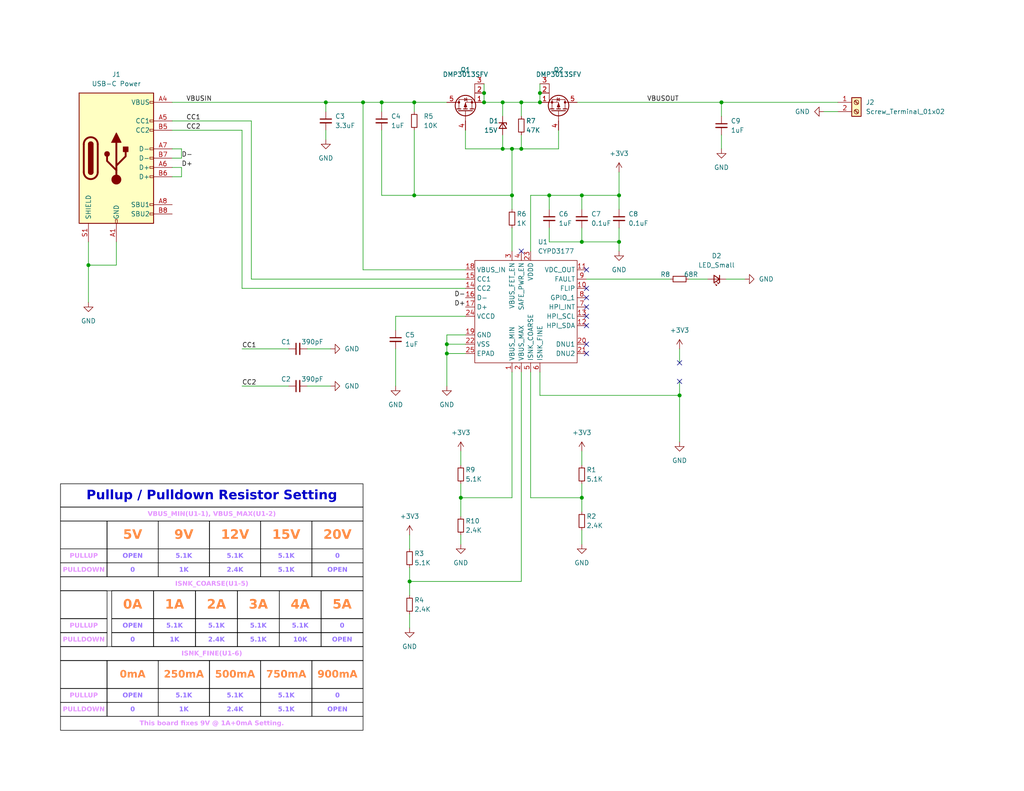
<source format=kicad_sch>
(kicad_sch (version 20231120) (generator "eeschema") (generator_version "8.0")
  (paper "USLetter")
  (title_block (title "CYPD3177-24LQXQ Evaluation Board") (date "2023-09-22") (rev "v1.7") (company "Hugo Hu") (comment 1 "Other voltage/current options available by changing resistor values.") (comment 2 "Fixed at 9V and 1A + 0mA."))
  (lib_symbols
    (symbol "Blot:CYPD3177"
      (property "Reference" "U" (at -12.7 15.24 0))
      (property "Value" "CYPD3177" (at 8.89 15.24 0))
      (symbol "CYPD3177_0_1"
        (rectangle (start -13.97 13.97) (end 13.97 -13.97))
      )
      (symbol "CYPD3177_1_1"
        (pin input line (at -3.81 -16.51 90) (length 2.54) (name "VBUS_MIN") (number "1"))
        (pin input line (at 16.51 6.35 180) (length 2.54) (name "FLIP") (number "10"))
        (pin input line (at 16.51 11.43 180) (length 2.54) (name "VDC_OUT") (number "11"))
        (pin input line (at 16.51 -3.81 180) (length 2.54) (name "HPI_SDA") (number "12"))
        (pin input line (at 16.51 -1.27 180) (length 2.54) (name "HPI_SCL") (number "13"))
        (pin input line (at -16.51 6.35 0) (length 2.54) (name "CC2") (number "14"))
        (pin input line (at -16.51 8.89 0) (length 2.54) (name "CC1") (number "15"))
        (pin input line (at -16.51 3.81 0) (length 2.54) (name "D-") (number "16"))
        (pin input line (at -16.51 1.27 0) (length 2.54) (name "D+") (number "17"))
        (pin input line (at -16.51 11.43 0) (length 2.54) (name "VBUS_IN") (number "18"))
        (pin input line (at -16.51 -6.35 0) (length 2.54) (name "GND") (number "19"))
        (pin input line (at -1.27 -16.51 90) (length 2.54) (name "VBUS_MAX") (number "2"))
        (pin input line (at 16.51 -8.89 180) (length 2.54) (name "DNU1") (number "20"))
        (pin input line (at 16.51 -11.43 180) (length 2.54) (name "DNU2") (number "21"))
        (pin input line (at -16.51 -8.89 0) (length 2.54) (name "VSS") (number "22"))
        (pin input line (at 1.27 16.51 270) (length 2.54) (name "VDDD") (number "23"))
        (pin input line (at -16.51 -1.27 0) (length 2.54) (name "VCCD") (number "24"))
        (pin input line (at -16.51 -11.43 0) (length 2.54) (name "EPAD") (number "25"))
        (pin input line (at -3.81 16.51 270) (length 2.54) (name "VBUS_FET_EN") (number "3"))
        (pin input line (at -1.27 16.51 270) (length 2.54) (name "SAFE_PWR_EN") (number "4"))
        (pin input line (at 1.27 -16.51 90) (length 2.54) (name "ISNK_COARSE") (number "5"))
        (pin input line (at 3.81 -16.51 90) (length 2.54) (name "ISNK_FINE") (number "6"))
        (pin input line (at 16.51 1.27 180) (length 2.54) (name "HPI_INT") (number "7"))
        (pin input line (at 16.51 3.81 180) (length 2.54) (name "GPIO_1") (number "8"))
        (pin input line (at 16.51 8.89 180) (length 2.54) (name "FAULT") (number "9"))
      )
    )
    (symbol "Connector:Screw_Terminal_01x02" (pin_names (offset 1.016) hide)
      (property "Reference" "J" (at 0 2.54 0))
      (property "Value" "Screw_Terminal_01x02" (at 0 -5.08 0))
      (symbol "Screw_Terminal_01x02_1_1"
        (rectangle (start -1.27 1.27) (end 1.27 -3.81) (stroke (width 0.254)) (fill (type background)))
        (circle (center 0 -2.54) (radius 0.635) (stroke (width 0.1524)))
        (polyline (pts (xy -0.5334 -2.2098) (xy 0.3302 -3.048)) (stroke (width 0.1524)))
        (polyline (pts (xy -0.5334 0.3302) (xy 0.3302 -0.508)) (stroke (width 0.1524)))
        (polyline (pts (xy -0.3556 -2.032) (xy 0.508 -2.8702)) (stroke (width 0.1524)))
        (polyline (pts (xy -0.3556 0.508) (xy 0.508 -0.3302)) (stroke (width 0.1524)))
        (circle (center 0 0) (radius 0.635) (stroke (width 0.1524)))
        (pin passive line (at -5.08 0 0) (length 3.81) (name "Pin_1") (number "1"))
        (pin passive line (at -5.08 -2.54 0) (length 3.81) (name "Pin_2") (number "2"))
      )
    )
    (symbol "Connector:USB_C_Receptacle_USB2.0" (pin_names (offset 1.016))
      (property "Reference" "J" (at -10.16 19.05 0))
      (property "Value" "USB_C_Receptacle_USB2.0" (at 19.05 19.05 0))
      (symbol "USB_C_Receptacle_USB2.0_0_0"
        (rectangle (start -0.254 -17.78) (end 0.254 -16.764))
        (rectangle (start 10.16 -14.986) (end 9.144 -15.494))
        (rectangle (start 10.16 -12.446) (end 9.144 -12.954))
        (rectangle (start 10.16 -4.826) (end 9.144 -5.334))
        (rectangle (start 10.16 -2.286) (end 9.144 -2.794))
        (rectangle (start 10.16 0.254) (end 9.144 -0.254))
        (rectangle (start 10.16 2.794) (end 9.144 2.286))
        (rectangle (start 10.16 7.874) (end 9.144 7.366))
        (rectangle (start 10.16 10.414) (end 9.144 9.906))
        (rectangle (start 10.16 15.494) (end 9.144 14.986))
      )
      (symbol "USB_C_Receptacle_USB2.0_0_1"
        (rectangle (start -10.16 17.78) (end 10.16 -17.78) (stroke (width 0.254)) (fill (type background)))
        (arc (start -8.89 -3.81) (mid -6.985 -5.7067) (end -5.08 -3.81) (stroke (width 0.508)))
        (arc (start -7.62 -3.81) (mid -6.985 -4.4423) (end -6.35 -3.81) (stroke (width 0.254)))
        (arc (start -7.62 -3.81) (mid -6.985 -4.4423) (end -6.35 -3.81) (stroke (width 0.254)) (fill (type outline)))
        (rectangle (start -7.62 -3.81) (end -6.35 3.81) (stroke (width 0.254)) (fill (type outline)))
        (arc (start -6.35 3.81) (mid -6.985 4.4423) (end -7.62 3.81) (stroke (width 0.254)))
        (arc (start -6.35 3.81) (mid -6.985 4.4423) (end -7.62 3.81) (stroke (width 0.254)) (fill (type outline)))
        (arc (start -5.08 3.81) (mid -6.985 5.7067) (end -8.89 3.81) (stroke (width 0.508)))
        (circle (center -2.54 1.143) (radius 0.635) (stroke (width 0.254)) (fill (type outline)))
        (circle (center 0 -5.842) (radius 1.27) (fill (type outline)))
        (polyline (pts (xy -8.89 -3.81) (xy -8.89 3.81)) (stroke (width 0.508)))
        (polyline (pts (xy -5.08 3.81) (xy -5.08 -3.81)) (stroke (width 0.508)))
        (polyline (pts (xy 0 -5.842) (xy 0 4.318)) (stroke (width 0.508)))
        (polyline (pts (xy 0 -3.302) (xy -2.54 -0.762) (xy -2.54 0.508)) (stroke (width 0.508)))
        (polyline (pts (xy 0 -2.032) (xy 2.54 0.508) (xy 2.54 1.778)) (stroke (width 0.508)))
        (polyline (pts (xy -1.27 4.318) (xy 0 6.858) (xy 1.27 4.318) (xy -1.27 4.318)) (stroke (width 0.254)) (fill (type outline)))
        (rectangle (start 1.905 1.778) (end 3.175 3.048) (stroke (width 0.254)) (fill (type outline)))
      )
      (symbol "USB_C_Receptacle_USB2.0_1_1"
        (pin passive line (at 0 -22.86 90) (length 5.08) (name "GND") (number "A1"))
        (pin passive line (at 0 -22.86 90) (length 5.08) hide (name "GND") (number "A12"))
        (pin passive line (at 15.24 15.24 180) (length 5.08) (name "VBUS") (number "A4"))
        (pin bidirectional line (at 15.24 10.16 180) (length 5.08) (name "CC1") (number "A5"))
        (pin bidirectional line (at 15.24 -2.54 180) (length 5.08) (name "D+") (number "A6"))
        (pin bidirectional line (at 15.24 2.54 180) (length 5.08) (name "D-") (number "A7"))
        (pin bidirectional line (at 15.24 -12.7 180) (length 5.08) (name "SBU1") (number "A8"))
        (pin passive line (at 15.24 15.24 180) (length 5.08) hide (name "VBUS") (number "A9"))
        (pin passive line (at 0 -22.86 90) (length 5.08) hide (name "GND") (number "B1"))
        (pin passive line (at 0 -22.86 90) (length 5.08) hide (name "GND") (number "B12"))
        (pin passive line (at 15.24 15.24 180) (length 5.08) hide (name "VBUS") (number "B4"))
        (pin bidirectional line (at 15.24 7.62 180) (length 5.08) (name "CC2") (number "B5"))
        (pin bidirectional line (at 15.24 -5.08 180) (length 5.08) (name "D+") (number "B6"))
        (pin bidirectional line (at 15.24 0 180) (length 5.08) (name "D-") (number "B7"))
        (pin bidirectional line (at 15.24 -15.24 180) (length 5.08) (name "SBU2") (number "B8"))
        (pin passive line (at 15.24 15.24 180) (length 5.08) hide (name "VBUS") (number "B9"))
        (pin passive line (at -7.62 -22.86 90) (length 5.08) (name "SHIELD") (number "S1"))
      )
    )
    (symbol "Device:C_Small" (pin_numbers hide) (pin_names (offset 0.254) hide)
      (property "Reference" "C" (at 0.254 1.778 0))
      (property "Value" "C_Small" (at 0.254 -2.032 0))
      (symbol "C_Small_0_1"
        (polyline (pts (xy -1.524 -0.508) (xy 1.524 -0.508)) (stroke (width 0.3302)))
        (polyline (pts (xy -1.524 0.508) (xy 1.524 0.508)) (stroke (width 0.3048)))
      )
      (symbol "C_Small_1_1"
        (pin passive line (at 0 2.54 270) (length 2.032) (name "~") (number "1"))
        (pin passive line (at 0 -2.54 90) (length 2.032) (name "~") (number "2"))
      )
    )
    (symbol "Device:D_Zener_Small" (pin_numbers hide) (pin_names (offset 0.254) hide)
      (property "Reference" "D" (at 0 2.286 0))
      (property "Value" "D_Zener_Small" (at 0 -2.286 0))
      (symbol "D_Zener_Small_0_1"
        (polyline (pts (xy 0.762 0) (xy -0.762 0)))
        (polyline (pts (xy -0.254 1.016) (xy -0.762 1.016) (xy -0.762 -1.016)) (stroke (width 0.254)))
        (polyline (pts (xy 0.762 1.016) (xy -0.762 0) (xy 0.762 -1.016) (xy 0.762 1.016)) (stroke (width 0.254)))
      )
      (symbol "D_Zener_Small_1_1"
        (pin passive line (at -2.54 0 0) (length 1.778) (name "K") (number "1"))
        (pin passive line (at 2.54 0 180) (length 1.778) (name "A") (number "2"))
      )
    )
    (symbol "Device:LED_Small" (pin_numbers hide) (pin_names (offset 0.254) hide)
      (property "Reference" "D" (at -1.27 3.175 0))
      (property "Value" "LED_Small" (at -4.445 -2.54 0))
      (symbol "LED_Small_0_1"
        (polyline (pts (xy -0.762 -1.016) (xy -0.762 1.016)) (stroke (width 0.254)))
        (polyline (pts (xy 1.016 0) (xy -0.762 0)))
        (polyline (pts (xy 0.762 -1.016) (xy -0.762 0) (xy 0.762 1.016) (xy 0.762 -1.016)) (stroke (width 0.254)))
        (polyline (pts (xy 0 0.762) (xy -0.508 1.27) (xy -0.254 1.27) (xy -0.508 1.27) (xy -0.508 1.016)))
        (polyline (pts (xy 0.508 1.27) (xy 0 1.778) (xy 0.254 1.778) (xy 0 1.778) (xy 0 1.524)))
      )
      (symbol "LED_Small_1_1"
        (pin passive line (at -2.54 0 0) (length 1.778) (name "K") (number "1"))
        (pin passive line (at 2.54 0 180) (length 1.778) (name "A") (number "2"))
      )
    )
    (symbol "Device:R_Small" (pin_numbers hide) (pin_names (offset 0.254) hide)
      (property "Reference" "R" (at 0.762 0.508 0))
      (property "Value" "R_Small" (at 0.762 -1.016 0))
      (symbol "R_Small_0_1"
        (rectangle (start -0.762 1.778) (end 0.762 -1.778) (stroke (width 0.2032)))
      )
      (symbol "R_Small_1_1"
        (pin passive line (at 0 2.54 270) (length 0.762) (name "~") (number "1"))
        (pin passive line (at 0 -2.54 90) (length 0.762) (name "~") (number "2"))
      )
    )
    (symbol "Transistor_FET:DMP3013SFV" (pin_names hide)
      (property "Reference" "Q" (at 5.08 1.905 0))
      (property "Value" "DMP3013SFV" (at 5.08 0 0))
      (symbol "DMP3013SFV_0_1"
        (polyline (pts (xy 0.254 0) (xy -2.54 0)))
        (polyline (pts (xy 0.254 1.905) (xy 0.254 -1.905)) (stroke (width 0.254)))
        (polyline (pts (xy 0.762 -1.27) (xy 0.762 -2.286)) (stroke (width 0.254)))
        (polyline (pts (xy 0.762 0.508) (xy 0.762 -0.508)) (stroke (width 0.254)))
        (polyline (pts (xy 0.762 2.286) (xy 0.762 1.27)) (stroke (width 0.254)))
        (polyline (pts (xy 2.54 2.54) (xy 2.54 1.778)))
        (polyline (pts (xy 7.62 -2.54) (xy 2.54 -2.54)))
        (polyline (pts (xy 2.54 -2.54) (xy 2.54 0) (xy 0.762 0)))
        (polyline (pts (xy 0.762 1.778) (xy 3.302 1.778) (xy 3.302 -1.778) (xy 0.762 -1.778)))
        (polyline (pts (xy 2.286 0) (xy 1.27 0.381) (xy 1.27 -0.381) (xy 2.286 0)) (fill (type outline)))
        (polyline (pts (xy 2.794 -0.508) (xy 2.921 -0.381) (xy 3.683 -0.381) (xy 3.81 -0.254)))
        (polyline (pts (xy 3.302 -0.381) (xy 2.921 0.254) (xy 3.683 0.254) (xy 3.302 -0.381)))
        (circle (center 1.651 0) (radius 2.794) (stroke (width 0.254)))
        (circle (center 2.54 -1.778) (radius 0.254) (fill (type outline)))
        (circle (center 2.54 1.778) (radius 0.254) (fill (type outline)))
      )
      (symbol "DMP3013SFV_1_1"
        (pin passive line (at 2.54 -5.08 90) (length 2.54) (name "S") (number "1"))
        (pin input line (at 5.08 -5.08 90) (length 2.54) (name "2") (number "2"))
        (pin passive line (at 2.54 -5.08 90) (length 2.54) hide (name "S") (number "2"))
        (pin input line (at 7.62 -5.08 90) (length 2.54) (name "3") (number "3"))
        (pin passive line (at 2.54 -5.08 90) (length 2.54) hide (name "S") (number "3"))
        (pin passive line (at -5.08 0 0) (length 2.54) (name "G") (number "4"))
        (pin passive line (at 2.54 5.08 270) (length 2.54) (name "D") (number "5"))
      )
    )
    (symbol "power:+3V3" (power) (pin_names (offset 0))
      (property "Value" "+3V3" (at 0 3.556 0))
      (symbol "+3V3_0_1"
        (polyline (pts (xy -0.762 1.27) (xy 0 2.54)))
        (polyline (pts (xy 0 0) (xy 0 2.54)))
        (polyline (pts (xy 0 2.54) (xy 0.762 1.27)))
      )
      (symbol "+3V3_1_1"
        (pin power_in line (at 0 0 90) (length 0) hide (name "+3V3") (number "1"))
      )
    )
    (symbol "power:GND" (power) (pin_names (offset 0))
      (property "Value" "GND" (at 0 -3.81 0))
      (symbol "GND_0_1"
        (polyline (pts (xy 0 0) (xy 0 -1.27) (xy 1.27 -1.27) (xy 0 -2.54) (xy -1.27 -1.27) (xy 0 -1.27)))
      )
      (symbol "GND_1_1"
        (pin power_in line (at 0 0 270) (length 0) hide (name "GND") (number "1"))
      )
    )
  )
  (junction (at 168.91 66.04))
  (junction (at 139.7 40.64))
  (junction (at 142.24 27.94))
  (junction (at 158.75 135.89))
  (junction (at 158.75 53.34))
  (junction (at 185.42 107.95))
  (junction (at 147.32 25.4))
  (junction (at 125.73 135.89))
  (junction (at 139.7 53.34))
  (junction (at 196.85 27.94))
  (junction (at 137.16 27.94))
  (junction (at 149.86 53.34))
  (junction (at 158.75 66.04))
  (junction (at 132.08 27.94))
  (junction (at 168.91 53.34))
  (junction (at 113.03 53.34))
  (junction (at 99.06 27.94))
  (junction (at 113.03 27.94))
  (junction (at 111.76 158.75))
  (junction (at 142.24 40.64))
  (junction (at 147.32 27.94))
  (junction (at 132.08 25.4))
  (junction (at 121.92 96.52))
  (junction (at 104.14 27.94))
  (junction (at 88.9 27.94))
  (junction (at 24.13 72.39))
  (junction (at 121.92 93.98))
  (junction (at 137.16 40.64))
  (no_connect (at 160.02 96.52))
  (no_connect (at 160.02 86.36))
  (no_connect (at 185.42 104.14))
  (no_connect (at 160.02 81.28))
  (no_connect (at 160.02 73.66))
  (no_connect (at 185.42 99.06))
  (no_connect (at 160.02 78.74))
  (no_connect (at 160.02 88.9))
  (no_connect (at 160.02 83.82))
  (no_connect (at 160.02 93.98))
  (no_connect (at 142.24 68.58))
  (wire (pts (xy 107.95 86.36) (xy 107.95 90.17)))
  (wire (pts (xy 139.7 40.64) (xy 139.7 53.34)))
  (wire (pts (xy 139.7 62.23) (xy 139.7 68.58)))
  (wire (pts (xy 158.75 123.19) (xy 158.75 127)))
  (wire (pts (xy 196.85 27.94) (xy 228.6 27.94)))
  (wire (pts (xy 125.73 135.89) (xy 139.7 135.89)))
  (wire (pts (xy 160.02 76.2) (xy 182.88 76.2)))
  (wire (pts (xy 125.73 135.89) (xy 125.73 140.97)))
  (wire (pts (xy 66.04 78.74) (xy 127 78.74)))
  (wire (pts (xy 113.03 35.56) (xy 113.03 53.34)))
  (wire (pts (xy 158.75 132.08) (xy 158.75 135.89)))
  (wire (pts (xy 66.04 105.41) (xy 78.74 105.41)))
  (wire (pts (xy 168.91 66.04) (xy 168.91 68.58)))
  (wire (pts (xy 142.24 36.83) (xy 142.24 40.64)))
  (wire (pts (xy 127 40.64) (xy 137.16 40.64)))
  (wire (pts (xy 158.75 62.23) (xy 158.75 66.04)))
  (wire (pts (xy 149.86 53.34) (xy 149.86 57.15)))
  (wire (pts (xy 49.53 43.18) (xy 46.99 43.18)))
  (wire (pts (xy 168.91 62.23) (xy 168.91 66.04)))
  (wire (pts (xy 147.32 25.4) (xy 147.32 27.94)))
  (wire (pts (xy 127 86.36) (xy 107.95 86.36)))
  (wire (pts (xy 88.9 27.94) (xy 99.06 27.94)))
  (wire (pts (xy 144.78 101.6) (xy 144.78 135.89)))
  (wire (pts (xy 104.14 27.94) (xy 113.03 27.94)))
  (wire (pts (xy 121.92 91.44) (xy 121.92 93.98)))
  (wire (pts (xy 46.99 27.94) (xy 88.9 27.94)))
  (wire (pts (xy 147.32 107.95) (xy 185.42 107.95)))
  (wire (pts (xy 137.16 27.94) (xy 137.16 31.75)))
  (wire (pts (xy 31.75 72.39) (xy 24.13 72.39)))
  (wire (pts (xy 149.86 66.04) (xy 158.75 66.04)))
  (wire (pts (xy 149.86 53.34) (xy 158.75 53.34)))
  (wire (pts (xy 121.92 96.52) (xy 121.92 105.41)))
  (wire (pts (xy 147.32 101.6) (xy 147.32 107.95)))
  (wire (pts (xy 83.82 105.41) (xy 90.17 105.41)))
  (wire (pts (xy 125.73 132.08) (xy 125.73 135.89)))
  (wire (pts (xy 139.7 101.6) (xy 139.7 135.89)))
  (wire (pts (xy 158.75 66.04) (xy 168.91 66.04)))
  (wire (pts (xy 111.76 154.94) (xy 111.76 158.75)))
  (wire (pts (xy 142.24 27.94) (xy 137.16 27.94)))
  (wire (pts (xy 104.14 53.34) (xy 113.03 53.34)))
  (wire (pts (xy 88.9 35.56) (xy 88.9 38.1)))
  (wire (pts (xy 132.08 22.86) (xy 132.08 25.4)))
  (wire (pts (xy 49.53 45.72) (xy 49.53 48.26)))
  (wire (pts (xy 46.99 45.72) (xy 49.53 45.72)))
  (wire (pts (xy 68.58 76.2) (xy 68.58 33.02)))
  (wire (pts (xy 111.76 146.05) (xy 111.76 149.86)))
  (wire (pts (xy 185.42 104.14) (xy 185.42 107.95)))
  (wire (pts (xy 111.76 158.75) (xy 111.76 162.56)))
  (wire (pts (xy 158.75 53.34) (xy 158.75 57.15)))
  (wire (pts (xy 144.78 53.34) (xy 149.86 53.34)))
  (wire (pts (xy 83.82 95.25) (xy 90.17 95.25)))
  (wire (pts (xy 127 91.44) (xy 121.92 91.44)))
  (wire (pts (xy 137.16 36.83) (xy 137.16 40.64)))
  (wire (pts (xy 125.73 146.05) (xy 125.73 148.59)))
  (wire (pts (xy 187.96 76.2) (xy 193.04 76.2)))
  (wire (pts (xy 121.92 96.52) (xy 127 96.52)))
  (wire (pts (xy 132.08 27.94) (xy 137.16 27.94)))
  (wire (pts (xy 196.85 36.83) (xy 196.85 40.64)))
  (wire (pts (xy 152.4 40.64) (xy 152.4 35.56)))
  (wire (pts (xy 168.91 46.99) (xy 168.91 53.34)))
  (wire (pts (xy 121.92 93.98) (xy 121.92 96.52)))
  (wire (pts (xy 185.42 95.25) (xy 185.42 99.06)))
  (wire (pts (xy 66.04 35.56) (xy 66.04 78.74)))
  (wire (pts (xy 158.75 144.78) (xy 158.75 148.59)))
  (wire (pts (xy 142.24 27.94) (xy 147.32 27.94)))
  (wire (pts (xy 46.99 35.56) (xy 66.04 35.56)))
  (wire (pts (xy 142.24 40.64) (xy 152.4 40.64)))
  (wire (pts (xy 113.03 27.94) (xy 113.03 30.48)))
  (wire (pts (xy 113.03 27.94) (xy 121.92 27.94)))
  (wire (pts (xy 185.42 107.95) (xy 185.42 120.65)))
  (wire (pts (xy 158.75 53.34) (xy 168.91 53.34)))
  (wire (pts (xy 144.78 135.89) (xy 158.75 135.89)))
  (wire (pts (xy 99.06 27.94) (xy 104.14 27.94)))
  (wire (pts (xy 121.92 93.98) (xy 127 93.98)))
  (wire (pts (xy 24.13 72.39) (xy 24.13 66.04)))
  (wire (pts (xy 224.79 30.48) (xy 228.6 30.48)))
  (wire (pts (xy 127 76.2) (xy 68.58 76.2)))
  (wire (pts (xy 149.86 62.23) (xy 149.86 66.04)))
  (wire (pts (xy 142.24 31.75) (xy 142.24 27.94)))
  (wire (pts (xy 99.06 73.66) (xy 99.06 27.94)))
  (wire (pts (xy 113.03 53.34) (xy 139.7 53.34)))
  (wire (pts (xy 196.85 27.94) (xy 196.85 31.75)))
  (wire (pts (xy 157.48 27.94) (xy 196.85 27.94)))
  (wire (pts (xy 144.78 68.58) (xy 144.78 53.34)))
  (wire (pts (xy 49.53 48.26) (xy 46.99 48.26)))
  (wire (pts (xy 127 35.56) (xy 127 40.64)))
  (wire (pts (xy 132.08 25.4) (xy 132.08 27.94)))
  (wire (pts (xy 49.53 40.64) (xy 49.53 43.18)))
  (wire (pts (xy 107.95 95.25) (xy 107.95 105.41)))
  (wire (pts (xy 139.7 53.34) (xy 139.7 57.15)))
  (wire (pts (xy 125.73 123.19) (xy 125.73 127)))
  (wire (pts (xy 66.04 95.25) (xy 78.74 95.25)))
  (wire (pts (xy 111.76 158.75) (xy 142.24 158.75)))
  (wire (pts (xy 198.12 76.2) (xy 203.2 76.2)))
  (wire (pts (xy 139.7 40.64) (xy 142.24 40.64)))
  (wire (pts (xy 88.9 27.94) (xy 88.9 30.48)))
  (wire (pts (xy 137.16 40.64) (xy 139.7 40.64)))
  (wire (pts (xy 68.58 33.02) (xy 46.99 33.02)))
  (wire (pts (xy 46.99 40.64) (xy 49.53 40.64)))
  (wire (pts (xy 104.14 27.94) (xy 104.14 30.48)))
  (wire (pts (xy 31.75 66.04) (xy 31.75 72.39)))
  (wire (pts (xy 127 73.66) (xy 99.06 73.66)))
  (wire (pts (xy 168.91 53.34) (xy 168.91 57.15)))
  (wire (pts (xy 111.76 167.64) (xy 111.76 171.45)))
  (wire (pts (xy 147.32 22.86) (xy 147.32 25.4)))
  (wire (pts (xy 158.75 135.89) (xy 158.75 139.7)))
  (wire (pts (xy 104.14 35.56) (xy 104.14 53.34)))
  (wire (pts (xy 24.13 72.39) (xy 24.13 82.55)))
  (wire (pts (xy 142.24 101.6) (xy 142.24 158.75)))
  (text_box "20V" (at 85.09 142.24 0) (size 13.97 7.62) (stroke (width 0) (color 0 0 0 1)) (effects (font (size 2.54 2.54) (thickness 0.508) (bold yes))))
  (text_box "5.1K" (at 43.18 187.96 0) (size 13.97 3.81) (stroke (width 0) (color 0 0 0 1)) (effects (font (size 1.27 1.27) (thickness 0.508) (bold yes))))
  (text_box "ISNK_COARSE(U1-5)\n" (at 16.51 157.48 0) (size 82.55 3.81) (stroke (width 0) (color 0 0 0 1)) (effects (font (size 1.27 1.27) (thickness 0.508) (bold yes))))
  (text_box "2.4K" (at 57.15 153.67 0) (size 13.97 3.81) (stroke (width 0) (color 0 0 0 1)) (effects (font (size 1.27 1.27) (thickness 0.508) (bold yes))))
  (text_box "5.1K" (at 76.2 168.91 0) (size 11.43 3.81) (stroke (width 0) (color 0 0 0 1)) (effects (font (size 1.27 1.27) (thickness 0.508) (bold yes))))
  (text_box "1K" (at 43.18 153.67 0) (size 13.97 3.81) (stroke (width 0) (color 0 0 0 1)) (effects (font (size 1.27 1.27) (thickness 0.508) (bold yes))))
  (text_box "0mA" (at 29.21 180.34 0) (size 13.97 7.62) (stroke (width 0) (color 0 0 0 1)) (effects (font (size 2 2) (thickness 0.508) (bold yes))))
  (text_box "VBUS_MIN(U1-1), VBUS_MAX(U1-2)" (at 16.51 138.43 0) (size 82.55 3.81) (stroke (width 0) (color 0 0 0 1)) (effects (font (size 1.27 1.27) (thickness 0.508) (bold yes))))
  (text_box "5V" (at 29.21 142.24 0) (size 13.97 7.62) (stroke (width 0) (color 0 0 0 1)) (effects (font (size 2.54 2.54) (thickness 0.508) (bold yes))))
  (text_box "5.1K" (at 43.18 149.86 0) (size 13.97 3.81) (stroke (width 0) (color 0 0 0 1)) (effects (font (size 1.27 1.27) (thickness 0.508) (bold yes))))
  (text_box "500mA" (at 57.15 180.34 0) (size 13.97 7.62) (stroke (width 0) (color 0 0 0 1)) (effects (font (size 2 2) (thickness 0.508) (bold yes))))
  (text_box "OPEN" (at 85.09 153.67 0) (size 13.97 3.81) (stroke (width 0) (color 0 0 0 1)) (effects (font (size 1.27 1.27) (thickness 0.508) (bold yes))))
  (text_box "OPEN\n" (at 29.21 149.86 0) (size 13.97 3.81) (stroke (width 0) (color 0 0 0 1)) (effects (font (size 1.27 1.27) (thickness 0.508) (bold yes))))
  (text_box "10K" (at 76.2 172.72 0) (size 11.43 3.81) (stroke (width 0) (color 0 0 0 1)) (effects (font (size 1.27 1.27) (thickness 0.508) (bold yes))))
  (text_box "0" (at 30.48 172.72 0) (size 11.43 3.81) (stroke (width 0) (color 0 0 0 1)) (effects (font (size 1.27 1.27) (thickness 0.508) (bold yes))))
  (text_box "5.1K" (at 71.12 149.86 0) (size 13.97 3.81) (stroke (width 0) (color 0 0 0 1)) (effects (font (size 1.27 1.27) (thickness 0.508) (bold yes))))
  (text_box "" (at 16.51 161.29 0) (size 12.7 7.62) (stroke (width 0) (color 0 0 0 1)) (effects (font (size 2.54 2.54) (thickness 0.508) (bold yes))))
  (text_box "2A" (at 53.34 161.29 0) (size 11.43 7.62) (stroke (width 0) (color 0 0 0 1)) (effects (font (size 2.54 2.54) (thickness 0.508) (bold yes))))
  (text_box "9V\n" (at 43.18 142.24 0) (size 13.97 7.62) (stroke (width 0) (color 0 0 0 1)) (effects (font (size 2.54 2.54) (thickness 0.508) (bold yes))))
  (text_box "15V" (at 71.12 142.24 0) (size 13.97 7.62) (stroke (width 0) (color 0 0 0 1)) (effects (font (size 2.54 2.54) (thickness 0.508) (bold yes))))
  (text_box "This board fixes 9V @ 1A+0mA Setting." (at 16.51 195.58 0) (size 82.55 3.81) (stroke (width 0) (color 0 0 0 1)) (effects (font (size 1.27 1.27) (thickness 0.508) (bold yes))))
  (text_box "2.4K" (at 53.34 172.72 0) (size 11.43 3.81) (stroke (width 0) (color 0 0 0 1)) (effects (font (size 1.27 1.27) (thickness 0.508) (bold yes))))
  (text_box "1K" (at 43.18 191.77 0) (size 13.97 3.81) (stroke (width 0) (color 0 0 0 1)) (effects (font (size 1.27 1.27) (thickness 0.508) (bold yes))))
  (text_box "5.1K" (at 71.12 187.96 0) (size 13.97 3.81) (stroke (width 0) (color 0 0 0 1)) (effects (font (size 1.27 1.27) (thickness 0.508) (bold yes))))
  (text_box "3A" (at 64.77 161.29 0) (size 11.43 7.62) (stroke (width 0) (color 0 0 0 1)) (effects (font (size 2.54 2.54) (thickness 0.508) (bold yes))))
  (text_box "5A" (at 87.63 161.29 0) (size 11.43 7.62) (stroke (width 0) (color 0 0 0 1)) (effects (font (size 2.54 2.54) (thickness 0.508) (bold yes))))
  (text_box "5.1K" (at 71.12 153.67 0) (size 13.97 3.81) (stroke (width 0) (color 0 0 0 1)) (effects (font (size 1.27 1.27) (thickness 0.508) (bold yes))))
  (text_box "0A\n" (at 30.48 161.29 0) (size 11.43 7.62) (stroke (width 0) (color 0 0 0 1)) (effects (font (size 2.54 2.54) (thickness 0.508) (bold yes))))
  (text_box "PULLDOWN" (at 16.51 191.77 0) (size 12.7 3.81) (stroke (width 0) (color 0 0 0 1)) (effects (font (size 1.27 1.27) (thickness 0.508) (bold yes))))
  (text_box "12V" (at 57.15 142.24 0) (size 13.97 7.62) (stroke (width 0) (color 0 0 0 1)) (effects (font (size 2.54 2.54) (thickness 0.508) (bold yes))))
  (text_box "2.4K" (at 57.15 191.77 0) (size 13.97 3.81) (stroke (width 0) (color 0 0 0 1)) (effects (font (size 1.27 1.27) (thickness 0.508) (bold yes))))
  (text_box "250mA" (at 43.18 180.34 0) (size 13.97 7.62) (stroke (width 0) (color 0 0 0 1)) (effects (font (size 2 2) (thickness 0.508) (bold yes))))
  (text_box "PULLUP" (at 16.51 187.96 0) (size 12.7 3.81) (stroke (width 0) (color 0 0 0 1)) (effects (font (size 1.27 1.27) (thickness 0.508) (bold yes))))
  (text_box "PULLUP" (at 16.51 168.91 0) (size 12.7 3.81) (stroke (width 0) (color 0 0 0 1)) (effects (font (size 1.27 1.27) (thickness 0.508) (bold yes))))
  (text_box "900mA" (at 85.09 180.34 0) (size 13.97 7.62) (stroke (width 0) (color 0 0 0 1)) (effects (font (size 2 2) (thickness 0.508) (bold yes))))
  (text_box "1A" (at 41.91 161.29 0) (size 11.43 7.62) (stroke (width 0) (color 0 0 0 1)) (effects (font (size 2.54 2.54) (thickness 0.508) (bold yes))))
  (text_box "0" (at 87.63 168.91 0) (size 11.43 3.81) (stroke (width 0) (color 0 0 0 1)) (effects (font (size 1.27 1.27) (thickness 0.508) (bold yes))))
  (text_box "0" (at 29.21 153.67 0) (size 13.97 3.81) (stroke (width 0) (color 0 0 0 1)) (effects (font (size 1.27 1.27) (thickness 0.508) (bold yes))))
  (text_box "4A" (at 76.2 161.29 0) (size 11.43 7.62) (stroke (width 0) (color 0 0 0 1)) (effects (font (size 2.54 2.54) (thickness 0.508) (bold yes))))
  (text_box "5.1K" (at 57.15 187.96 0) (size 13.97 3.81) (stroke (width 0) (color 0 0 0 1)) (effects (font (size 1.27 1.27) (thickness 0.508) (bold yes))))
  (text_box "5.1K" (at 41.91 168.91 0) (size 11.43 3.81) (stroke (width 0) (color 0 0 0 1)) (effects (font (size 1.27 1.27) (thickness 0.508) (bold yes))))
  (text_box "5.1K" (at 57.15 149.86 0) (size 13.97 3.81) (stroke (width 0) (color 0 0 0 1)) (effects (font (size 1.27 1.27) (thickness 0.508) (bold yes))))
  (text_box "OPEN\n" (at 29.21 187.96 0) (size 13.97 3.81) (stroke (width 0) (color 0 0 0 1)) (effects (font (size 1.27 1.27) (thickness 0.508) (bold yes))))
  (text_box "OPEN\n" (at 87.63 172.72 0) (size 11.43 3.81) (stroke (width 0) (color 0 0 0 1)) (effects (font (size 1.27 1.27) (thickness 0.508) (bold yes))))
  (text_box "" (at 16.51 180.34 0) (size 12.7 7.62) (stroke (width 0) (color 0 0 0 1)) (effects (font (size 2.54 2.54) (thickness 0.508) (bold yes))))
  (text_box "Pullup / Pulldown Resistor Setting" (at 16.51 132.08 0) (size 82.55 6.35) (stroke (width 0) (color 0 0 0 1)) (effects (font (size 2.54 2.54) (thickness 0.508) (bold yes))))
  (text_box "PULLDOWN" (at 16.51 153.67 0) (size 12.7 3.81) (stroke (width 0) (color 0 0 0 1)) (effects (font (size 1.27 1.27) (thickness 0.508) (bold yes))))
  (text_box "750mA" (at 71.12 180.34 0) (size 13.97 7.62) (stroke (width 0) (color 0 0 0 1)) (effects (font (size 2 2) (thickness 0.508) (bold yes))))
  (text_box "5.1K" (at 53.34 168.91 0) (size 11.43 3.81) (stroke (width 0) (color 0 0 0 1)) (effects (font (size 1.27 1.27) (thickness 0.508) (bold yes))))
  (text_box "OPEN" (at 85.09 191.77 0) (size 13.97 3.81) (stroke (width 0) (color 0 0 0 1)) (effects (font (size 1.27 1.27) (thickness 0.508) (bold yes))))
  (text_box "0\n" (at 85.09 149.86 0) (size 13.97 3.81) (stroke (width 0) (color 0 0 0 1)) (effects (font (size 1.27 1.27) (thickness 0.508) (bold yes))))
  (text_box "ISNK_FINE(U1-6)\n" (at 16.51 176.53 0) (size 82.55 3.81) (stroke (width 0) (color 0 0 0 1)) (effects (font (size 1.27 1.27) (thickness 0.508) (bold yes))))
  (text_box "" (at 16.51 142.24 0) (size 12.7 7.62) (stroke (width 0) (color 0 0 0 1)) (effects (font (size 2.54 2.54) (thickness 0.508) (bold yes))))
  (text_box "PULLUP" (at 16.51 149.86 0) (size 12.7 3.81) (stroke (width 0) (color 0 0 0 1)) (effects (font (size 1.27 1.27) (thickness 0.508) (bold yes))))
  (text_box "OPEN\n" (at 30.48 168.91 0) (size 11.43 3.81) (stroke (width 0) (color 0 0 0 1)) (effects (font (size 1.27 1.27) (thickness 0.508) (bold yes))))
  (text_box "5.1K" (at 71.12 191.77 0) (size 13.97 3.81) (stroke (width 0) (color 0 0 0 1)) (effects (font (size 1.27 1.27) (thickness 0.508) (bold yes))))
  (text_box "5.1K" (at 64.77 168.91 0) (size 11.43 3.81) (stroke (width 0) (color 0 0 0 1)) (effects (font (size 1.27 1.27) (thickness 0.508) (bold yes))))
  (text_box "0" (at 29.21 191.77 0) (size 13.97 3.81) (stroke (width 0) (color 0 0 0 1)) (effects (font (size 1.27 1.27) (thickness 0.508) (bold yes))))
  (text_box "PULLDOWN" (at 16.51 172.72 0) (size 12.7 3.81) (stroke (width 0) (color 0 0 0 1)) (effects (font (size 1.27 1.27) (thickness 0.508) (bold yes))))
  (text_box "1K" (at 41.91 172.72 0) (size 11.43 3.81) (stroke (width 0) (color 0 0 0 1)) (effects (font (size 1.27 1.27) (thickness 0.508) (bold yes))))
  (text_box "0\n" (at 85.09 187.96 0) (size 13.97 3.81) (stroke (width 0) (color 0 0 0 1)) (effects (font (size 1.27 1.27) (thickness 0.508) (bold yes))))
  (text_box "5.1K" (at 64.77 172.72 0) (size 11.43 3.81) (stroke (width 0) (color 0 0 0 1)) (effects (font (size 1.27 1.27) (thickness 0.508) (bold yes))))
  (text "" (at 53.34 171.45 0) (effects (font (size 1.27 1.27)) (justify left bottom)))
  (label "VBUSOUT" (at 176.53 27.94 0))
  (label "D-" (at 49.53 43.18 0))
  (label "D+" (at 127 83.82 180))
  (label "CC2" (at 50.8 35.56 0))
  (label "CC1" (at 66.04 95.25 0))
  (label "CC2" (at 66.04 105.41 0))
  (label "D+" (at 49.53 45.72 0))
  (label "VBUSIN" (at 50.8 27.94 0))
  (label "CC1" (at 50.8 33.02 0))
  (label "D-" (at 127 81.28 180))
  (symbol (lib_id "Transistor_FET:DMP3013SFV") (at 152.4 30.48 270) (mirror x) (unit 1)
    (property "Reference" "Q2" (at 152.4 19.05 90))
    (property "Value" "DMP3013SFV" (at 152.4 20.32 90))
    (property "Footprint" "Package_SON:Diodes_PowerDI3333-8" (effects (hide yes)))
    (property "Datasheet" "https://www.diodes.com/assets/Datasheets/DMP3013SFV.pdf" (effects (hide yes)))
  )
  (symbol (lib_id "power:GND") (at 107.95 105.41 0) (unit 1)
    (property "Reference" "#PWR09" (effects (hide yes)))
    (property "Value" "GND" (at 107.95 110.49 0))
  )
  (symbol (lib_id "Device:C_Small") (at 168.91 59.69 0) (unit 1)
    (property "Reference" "C8" (at 171.45 58.4263 0) (effects (justify left)))
    (property "Value" "0.1uF" (at 171.45 60.9663 0) (effects (justify left)))
    (property "Footprint" "Capacitor_SMD:C_0603_1608Metric_Pad1.08x0.95mm_HandSolder" (effects (hide yes)))
  )
  (symbol (lib_id "power:GND") (at 158.75 148.59 0) (unit 1)
    (property "Reference" "#PWR021" (effects (hide yes)))
    (property "Value" "GND" (at 158.75 153.67 0))
  )
  (symbol (lib_id "power:GND") (at 111.76 171.45 0) (unit 1)
    (property "Reference" "#PWR03" (effects (hide yes)))
    (property "Value" "GND" (at 111.76 176.53 0))
  )
  (symbol (lib_id "power:+3V3") (at 158.75 123.19 0) (unit 1)
    (property "Reference" "#PWR020" (effects (hide yes)))
    (property "Value" "+3V3" (at 158.75 118.11 0))
  )
  (symbol (lib_id "power:GND") (at 203.2 76.2 90) (unit 1)
    (property "Reference" "#PWR018" (effects (hide yes)))
    (property "Value" "GND" (at 207.01 76.2 90) (effects (justify right)))
  )
  (symbol (lib_id "Device:C_Small") (at 81.28 105.41 90) (unit 1)
    (property "Reference" "C2" (at 79.375 103.505 90) (effects (justify left)))
    (property "Value" "390pF" (at 88.265 103.505 90) (effects (justify left)))
    (property "Footprint" "Capacitor_SMD:C_0603_1608Metric_Pad1.08x0.95mm_HandSolder" (effects (hide yes)))
  )
  (symbol (lib_id "Device:R_Small") (at 142.24 34.29 0) (unit 1)
    (property "Reference" "R7" (at 143.51 33.02 0) (effects (justify left)))
    (property "Value" "47K" (at 143.51 35.56 0) (effects (justify left)))
    (property "Footprint" "Resistor_SMD:R_0603_1608Metric_Pad0.98x0.95mm_HandSolder" (effects (hide yes)))
  )
  (symbol (lib_id "Device:C_Small") (at 81.28 95.25 90) (unit 1)
    (property "Reference" "C1" (at 79.375 93.345 90) (effects (justify left)))
    (property "Value" "390pF" (at 88.265 93.345 90) (effects (justify left)))
    (property "Footprint" "Capacitor_SMD:C_0603_1608Metric_Pad1.08x0.95mm_HandSolder" (effects (hide yes)))
  )
  (symbol (lib_id "power:GND") (at 196.85 40.64 0) (unit 1)
    (property "Reference" "#PWR017" (effects (hide yes)))
    (property "Value" "GND" (at 196.85 45.72 0))
  )
  (symbol (lib_id "Device:R_Small") (at 158.75 142.24 0) (unit 1)
    (property "Reference" "R2" (at 160.02 140.97 0) (effects (justify left)))
    (property "Value" "2.4K" (at 160.02 143.51 0) (effects (justify left)))
    (property "Footprint" "Resistor_SMD:R_0603_1608Metric_Pad0.98x0.95mm_HandSolder" (effects (hide yes)))
  )
  (symbol (lib_id "power:GND") (at 24.13 82.55 0) (unit 1)
    (property "Reference" "#PWR01" (effects (hide yes)))
    (property "Value" "GND" (at 24.13 87.63 0))
  )
  (symbol (lib_id "Device:D_Zener_Small") (at 137.16 34.29 270) (unit 1)
    (property "Reference" "D1" (at 133.35 33.02 90) (effects (justify left)))
    (property "Value" "15V" (at 132.08 35.56 90) (effects (justify left)))
    (property "Footprint" "Diode_SMD:D_SOD-323_HandSoldering" (effects (hide yes)))
  )
  (symbol (lib_id "power:GND") (at 121.92 105.41 0) (unit 1)
    (property "Reference" "#PWR010" (effects (hide yes)))
    (property "Value" "GND" (at 121.92 110.49 0))
  )
  (symbol (lib_id "Transistor_FET:DMP3013SFV") (at 127 30.48 90) (unit 1)
    (property "Reference" "Q1" (at 127 19.05 90))
    (property "Value" "DMP3013SFV" (at 127 20.32 90))
    (property "Footprint" "Package_SON:Diodes_PowerDI3333-8" (effects (hide yes)))
    (property "Datasheet" "https://www.diodes.com/assets/Datasheets/DMP3013SFV.pdf" (effects (hide yes)))
  )
  (symbol (lib_id "Device:C_Small") (at 149.86 59.69 0) (unit 1)
    (property "Reference" "C6" (at 152.4 58.4263 0) (effects (justify left)))
    (property "Value" "1uF" (at 152.4 60.9663 0) (effects (justify left)))
    (property "Footprint" "Capacitor_SMD:C_0603_1608Metric_Pad1.08x0.95mm_HandSolder" (effects (hide yes)))
  )
  (symbol (lib_id "power:GND") (at 90.17 95.25 90) (unit 1)
    (property "Reference" "#PWR07" (effects (hide yes)))
    (property "Value" "GND" (at 93.98 95.25 90) (effects (justify right)))
  )
  (symbol (lib_id "Connector:USB_C_Receptacle_USB2.0") (at 31.75 43.18 0) (unit 1)
    (property "Reference" "J1" (at 31.75 20.32 0))
    (property "Value" "USB-C Power" (at 31.75 22.86 0))
    (property "Footprint" "Connector_USB:USB_C_Receptacle_HRO_TYPE-C-31-M-12" (effects (hide yes)))
    (property "Datasheet" "https://www.usb.org/sites/default/files/documents/usb_type-c.zip" (effects (hide yes)))
  )
  (symbol (lib_id "Device:R_Small") (at 113.03 33.02 0) (unit 1)
    (property "Reference" "R5" (at 115.57 31.75 0) (effects (justify left)))
    (property "Value" "10K" (at 115.57 34.29 0) (effects (justify left)))
    (property "Footprint" "Resistor_SMD:R_0603_1608Metric_Pad0.98x0.95mm_HandSolder" (effects (hide yes)))
  )
  (symbol (lib_id "power:GND") (at 185.42 120.65 0) (unit 1)
    (property "Reference" "#PWR016" (effects (hide yes)))
    (property "Value" "GND" (at 185.42 125.73 0))
  )
  (symbol (lib_id "Device:C_Small") (at 158.75 59.69 0) (unit 1)
    (property "Reference" "C7" (at 161.29 58.4263 0) (effects (justify left)))
    (property "Value" "0.1uF" (at 161.29 60.9663 0) (effects (justify left)))
    (property "Footprint" "Capacitor_SMD:C_0603_1608Metric_Pad1.08x0.95mm_HandSolder" (effects (hide yes)))
  )
  (symbol (lib_id "Device:C_Small") (at 196.85 34.29 0) (unit 1)
    (property "Reference" "C9" (at 199.39 33.0263 0) (effects (justify left)))
    (property "Value" "1uF" (at 199.39 35.5663 0) (effects (justify left)))
    (property "Footprint" "Capacitor_SMD:C_0603_1608Metric_Pad1.08x0.95mm_HandSolder" (effects (hide yes)))
  )
  (symbol (lib_id "Device:C_Small") (at 88.9 33.02 0) (unit 1)
    (property "Reference" "C3" (at 91.44 31.7563 0) (effects (justify left)))
    (property "Value" "3.3uF" (at 91.44 34.2963 0) (effects (justify left)))
    (property "Footprint" "Capacitor_SMD:C_0805_2012Metric_Pad1.18x1.45mm_HandSolder" (effects (hide yes)))
  )
  (symbol (lib_id "Device:R_Small") (at 125.73 129.54 0) (unit 1)
    (property "Reference" "R9" (at 127 128.27 0) (effects (justify left)))
    (property "Value" "5.1K" (at 127 130.81 0) (effects (justify left)))
    (property "Footprint" "Resistor_SMD:R_0603_1608Metric_Pad0.98x0.95mm_HandSolder" (effects (hide yes)))
  )
  (symbol (lib_id "power:+3V3") (at 185.42 95.25 0) (unit 1)
    (property "Reference" "#PWR015" (effects (hide yes)))
    (property "Value" "+3V3" (at 185.42 90.17 0))
  )
  (symbol (lib_id "Device:R_Small") (at 111.76 152.4 0) (unit 1)
    (property "Reference" "R3" (at 113.03 151.13 0) (effects (justify left)))
    (property "Value" "5.1K" (at 113.03 153.67 0) (effects (justify left)))
    (property "Footprint" "Resistor_SMD:R_0603_1608Metric_Pad0.98x0.95mm_HandSolder" (effects (hide yes)))
  )
  (symbol (lib_id "power:+3V3") (at 168.91 46.99 0) (unit 1)
    (property "Reference" "#PWR013" (effects (hide yes)))
    (property "Value" "+3V3" (at 168.91 41.91 0))
  )
  (symbol (lib_id "Device:LED_Small") (at 195.58 76.2 180) (unit 1)
    (property "Reference" "D2" (at 195.5165 69.85 0))
    (property "Value" "LED_Small" (at 195.5165 72.39 0))
    (property "Footprint" "LED_SMD:LED_1206_3216Metric" (effects (hide yes)))
  )
  (symbol (lib_id "Device:R_Small") (at 185.42 76.2 90) (unit 1)
    (property "Reference" "R8" (at 182.88 74.93 90) (effects (justify left)))
    (property "Value" "68R" (at 190.5 74.93 90) (effects (justify left)))
    (property "Footprint" "Resistor_SMD:R_0603_1608Metric_Pad0.98x0.95mm_HandSolder" (effects (hide yes)))
  )
  (symbol (lib_id "power:+3V3") (at 111.76 146.05 0) (unit 1)
    (property "Reference" "#PWR02" (effects (hide yes)))
    (property "Value" "+3V3" (at 111.76 140.97 0))
  )
  (symbol (lib_id "Blot:CYPD3177") (at 143.51 85.09 0) (unit 1)
    (property "Reference" "U1" (at 146.7359 66.04 0) (effects (justify left)))
    (property "Value" "CYPD3177" (at 146.7359 68.58 0) (effects (justify left)))
    (property "Footprint" "Package_DFN_QFN:QFN-24-1EP_4x4mm_P0.5mm_EP2.7x2.7mm" (effects (hide yes)))
  )
  (symbol (lib_id "Device:R_Small") (at 139.7 59.69 0) (unit 1)
    (property "Reference" "R6" (at 140.97 58.42 0) (effects (justify left)))
    (property "Value" "1K" (at 140.97 60.96 0) (effects (justify left)))
    (property "Footprint" "Resistor_SMD:R_0603_1608Metric_Pad0.98x0.95mm_HandSolder" (effects (hide yes)))
  )
  (symbol (lib_id "Device:C_Small") (at 107.95 92.71 0) (unit 1)
    (property "Reference" "C5" (at 110.49 91.4463 0) (effects (justify left)))
    (property "Value" "1uF" (at 110.49 93.9863 0) (effects (justify left)))
    (property "Footprint" "Capacitor_SMD:C_0603_1608Metric_Pad1.08x0.95mm_HandSolder" (effects (hide yes)))
  )
  (symbol (lib_id "power:GND") (at 125.73 148.59 0) (unit 1)
    (property "Reference" "#PWR012" (effects (hide yes)))
    (property "Value" "GND" (at 125.73 153.67 0))
  )
  (symbol (lib_id "power:GND") (at 88.9 38.1 0) (unit 1)
    (property "Reference" "#PWR06" (effects (hide yes)))
    (property "Value" "GND" (at 88.9 43.18 0))
  )
  (symbol (lib_id "power:GND") (at 90.17 105.41 90) (unit 1)
    (property "Reference" "#PWR08" (effects (hide yes)))
    (property "Value" "GND" (at 93.98 105.41 90) (effects (justify right)))
  )
  (symbol (lib_id "power:GND") (at 224.79 30.48 270) (unit 1)
    (property "Reference" "#PWR019" (effects (hide yes)))
    (property "Value" "GND" (at 220.98 30.48 90) (effects (justify right)))
  )
  (symbol (lib_id "Device:R_Small") (at 158.75 129.54 0) (unit 1)
    (property "Reference" "R1" (at 160.02 128.27 0) (effects (justify left)))
    (property "Value" "5.1K" (at 160.02 130.81 0) (effects (justify left)))
    (property "Footprint" "Resistor_SMD:R_0603_1608Metric_Pad0.98x0.95mm_HandSolder" (effects (hide yes)))
  )
  (symbol (lib_id "Connector:Screw_Terminal_01x02") (at 233.68 27.94 0) (unit 1)
    (property "Reference" "J2" (at 236.22 27.9399 0) (effects (justify left)))
    (property "Value" "Screw_Terminal_01x02" (at 236.22 30.4799 0) (effects (justify left)))
    (property "Footprint" "TerminalBlock_Phoenix:TerminalBlock_Phoenix_MKDS-1,5-2_1x02_P5.00mm_Horizontal" (effects (hide yes)))
    (property "Description" "Generic screw terminal, single row, 01x02, script generated (kicad-library-utils/schlib/autogen/connector/)" (effects (hide yes)))
  )
  (symbol (lib_id "power:GND") (at 168.91 68.58 0) (unit 1)
    (property "Reference" "#PWR014" (effects (hide yes)))
    (property "Value" "GND" (at 168.91 73.66 0))
  )
  (symbol (lib_id "power:+3V3") (at 125.73 123.19 0) (unit 1)
    (property "Reference" "#PWR011" (effects (hide yes)))
    (property "Value" "+3V3" (at 125.73 118.11 0))
  )
  (symbol (lib_id "Device:R_Small") (at 111.76 165.1 0) (unit 1)
    (property "Reference" "R4" (at 113.03 163.83 0) (effects (justify left)))
    (property "Value" "2.4K" (at 113.03 166.37 0) (effects (justify left)))
    (property "Footprint" "Resistor_SMD:R_0603_1608Metric_Pad0.98x0.95mm_HandSolder" (effects (hide yes)))
  )
  (symbol (lib_id "Device:R_Small") (at 125.73 143.51 0) (unit 1)
    (property "Reference" "R10" (at 127 142.24 0) (effects (justify left)))
    (property "Value" "2.4K" (at 127 144.78 0) (effects (justify left)))
    (property "Footprint" "Resistor_SMD:R_0603_1608Metric_Pad0.98x0.95mm_HandSolder" (effects (hide yes)))
  )
  (symbol (lib_id "Device:C_Small") (at 104.14 33.02 0) (unit 1)
    (property "Reference" "C4" (at 106.68 31.7563 0) (effects (justify left)))
    (property "Value" "1uF" (at 106.68 34.2963 0) (effects (justify left)))
    (property "Footprint" "Capacitor_SMD:C_0603_1608Metric_Pad1.08x0.95mm_HandSolder" (effects (hide yes)))
  )
)
</source>
